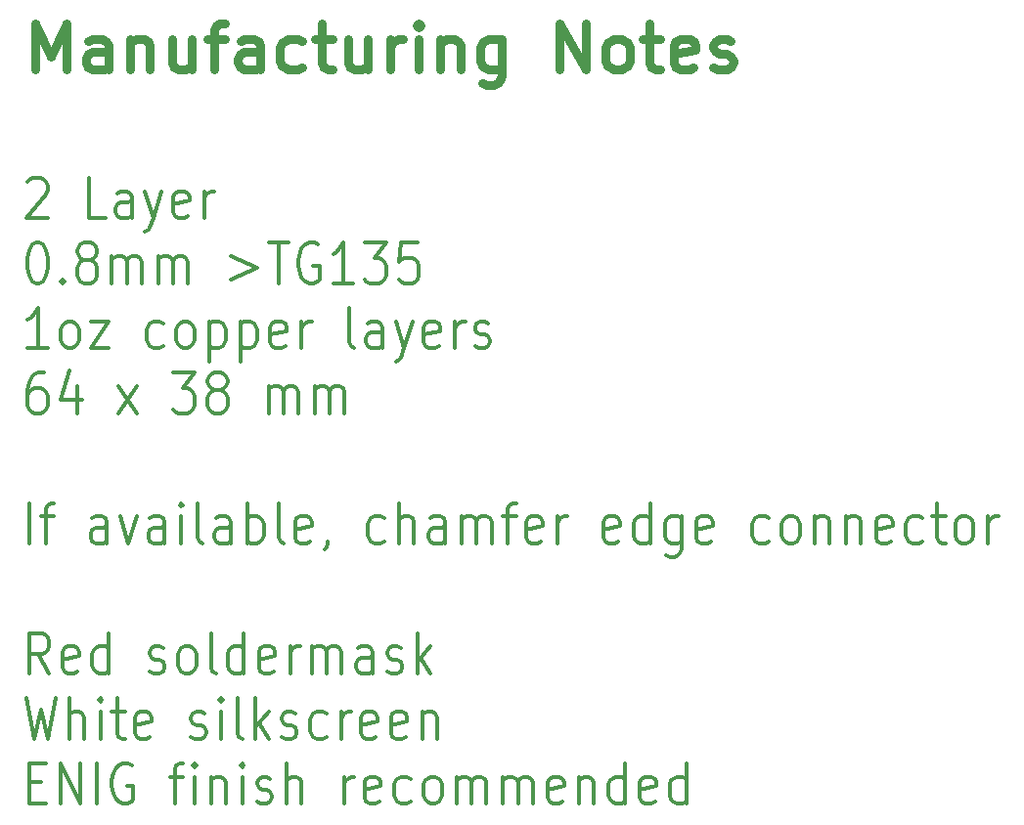
<source format=gbr>
%TF.GenerationSoftware,KiCad,Pcbnew,7.0.6*%
%TF.CreationDate,2023-08-17T07:35:18+09:30*%
%TF.ProjectId,spe-sink,7370652d-7369-46e6-9b2e-6b696361645f,V1.0*%
%TF.SameCoordinates,Original*%
%TF.FileFunction,Other,Comment*%
%FSLAX46Y46*%
G04 Gerber Fmt 4.6, Leading zero omitted, Abs format (unit mm)*
G04 Created by KiCad (PCBNEW 7.0.6) date 2023-08-17 07:35:18*
%MOMM*%
%LPD*%
G01*
G04 APERTURE LIST*
%ADD10C,0.300000*%
%ADD11C,0.750000*%
G04 APERTURE END LIST*
D10*
X191768796Y-50174401D02*
X191911653Y-50007734D01*
X191911653Y-50007734D02*
X192197368Y-49841067D01*
X192197368Y-49841067D02*
X192911653Y-49841067D01*
X192911653Y-49841067D02*
X193197368Y-50007734D01*
X193197368Y-50007734D02*
X193340225Y-50174401D01*
X193340225Y-50174401D02*
X193483082Y-50507734D01*
X193483082Y-50507734D02*
X193483082Y-50841067D01*
X193483082Y-50841067D02*
X193340225Y-51341067D01*
X193340225Y-51341067D02*
X191625939Y-53341067D01*
X191625939Y-53341067D02*
X193483082Y-53341067D01*
X198483082Y-53341067D02*
X197054510Y-53341067D01*
X197054510Y-53341067D02*
X197054510Y-49841067D01*
X200768796Y-53341067D02*
X200768796Y-51507734D01*
X200768796Y-51507734D02*
X200625938Y-51174401D01*
X200625938Y-51174401D02*
X200340224Y-51007734D01*
X200340224Y-51007734D02*
X199768796Y-51007734D01*
X199768796Y-51007734D02*
X199483081Y-51174401D01*
X200768796Y-53174401D02*
X200483081Y-53341067D01*
X200483081Y-53341067D02*
X199768796Y-53341067D01*
X199768796Y-53341067D02*
X199483081Y-53174401D01*
X199483081Y-53174401D02*
X199340224Y-52841067D01*
X199340224Y-52841067D02*
X199340224Y-52507734D01*
X199340224Y-52507734D02*
X199483081Y-52174401D01*
X199483081Y-52174401D02*
X199768796Y-52007734D01*
X199768796Y-52007734D02*
X200483081Y-52007734D01*
X200483081Y-52007734D02*
X200768796Y-51841067D01*
X201911653Y-51007734D02*
X202625939Y-53341067D01*
X203340224Y-51007734D02*
X202625939Y-53341067D01*
X202625939Y-53341067D02*
X202340224Y-54174401D01*
X202340224Y-54174401D02*
X202197367Y-54341067D01*
X202197367Y-54341067D02*
X201911653Y-54507734D01*
X205625938Y-53174401D02*
X205340224Y-53341067D01*
X205340224Y-53341067D02*
X204768796Y-53341067D01*
X204768796Y-53341067D02*
X204483081Y-53174401D01*
X204483081Y-53174401D02*
X204340224Y-52841067D01*
X204340224Y-52841067D02*
X204340224Y-51507734D01*
X204340224Y-51507734D02*
X204483081Y-51174401D01*
X204483081Y-51174401D02*
X204768796Y-51007734D01*
X204768796Y-51007734D02*
X205340224Y-51007734D01*
X205340224Y-51007734D02*
X205625938Y-51174401D01*
X205625938Y-51174401D02*
X205768796Y-51507734D01*
X205768796Y-51507734D02*
X205768796Y-51841067D01*
X205768796Y-51841067D02*
X204340224Y-52174401D01*
X207054510Y-53341067D02*
X207054510Y-51007734D01*
X207054510Y-51674401D02*
X207197367Y-51341067D01*
X207197367Y-51341067D02*
X207340225Y-51174401D01*
X207340225Y-51174401D02*
X207625939Y-51007734D01*
X207625939Y-51007734D02*
X207911653Y-51007734D01*
X192483082Y-55476067D02*
X192768796Y-55476067D01*
X192768796Y-55476067D02*
X193054510Y-55642734D01*
X193054510Y-55642734D02*
X193197368Y-55809401D01*
X193197368Y-55809401D02*
X193340225Y-56142734D01*
X193340225Y-56142734D02*
X193483082Y-56809401D01*
X193483082Y-56809401D02*
X193483082Y-57642734D01*
X193483082Y-57642734D02*
X193340225Y-58309401D01*
X193340225Y-58309401D02*
X193197368Y-58642734D01*
X193197368Y-58642734D02*
X193054510Y-58809401D01*
X193054510Y-58809401D02*
X192768796Y-58976067D01*
X192768796Y-58976067D02*
X192483082Y-58976067D01*
X192483082Y-58976067D02*
X192197368Y-58809401D01*
X192197368Y-58809401D02*
X192054510Y-58642734D01*
X192054510Y-58642734D02*
X191911653Y-58309401D01*
X191911653Y-58309401D02*
X191768796Y-57642734D01*
X191768796Y-57642734D02*
X191768796Y-56809401D01*
X191768796Y-56809401D02*
X191911653Y-56142734D01*
X191911653Y-56142734D02*
X192054510Y-55809401D01*
X192054510Y-55809401D02*
X192197368Y-55642734D01*
X192197368Y-55642734D02*
X192483082Y-55476067D01*
X194768796Y-58642734D02*
X194911653Y-58809401D01*
X194911653Y-58809401D02*
X194768796Y-58976067D01*
X194768796Y-58976067D02*
X194625939Y-58809401D01*
X194625939Y-58809401D02*
X194768796Y-58642734D01*
X194768796Y-58642734D02*
X194768796Y-58976067D01*
X196625939Y-56976067D02*
X196340224Y-56809401D01*
X196340224Y-56809401D02*
X196197367Y-56642734D01*
X196197367Y-56642734D02*
X196054510Y-56309401D01*
X196054510Y-56309401D02*
X196054510Y-56142734D01*
X196054510Y-56142734D02*
X196197367Y-55809401D01*
X196197367Y-55809401D02*
X196340224Y-55642734D01*
X196340224Y-55642734D02*
X196625939Y-55476067D01*
X196625939Y-55476067D02*
X197197367Y-55476067D01*
X197197367Y-55476067D02*
X197483082Y-55642734D01*
X197483082Y-55642734D02*
X197625939Y-55809401D01*
X197625939Y-55809401D02*
X197768796Y-56142734D01*
X197768796Y-56142734D02*
X197768796Y-56309401D01*
X197768796Y-56309401D02*
X197625939Y-56642734D01*
X197625939Y-56642734D02*
X197483082Y-56809401D01*
X197483082Y-56809401D02*
X197197367Y-56976067D01*
X197197367Y-56976067D02*
X196625939Y-56976067D01*
X196625939Y-56976067D02*
X196340224Y-57142734D01*
X196340224Y-57142734D02*
X196197367Y-57309401D01*
X196197367Y-57309401D02*
X196054510Y-57642734D01*
X196054510Y-57642734D02*
X196054510Y-58309401D01*
X196054510Y-58309401D02*
X196197367Y-58642734D01*
X196197367Y-58642734D02*
X196340224Y-58809401D01*
X196340224Y-58809401D02*
X196625939Y-58976067D01*
X196625939Y-58976067D02*
X197197367Y-58976067D01*
X197197367Y-58976067D02*
X197483082Y-58809401D01*
X197483082Y-58809401D02*
X197625939Y-58642734D01*
X197625939Y-58642734D02*
X197768796Y-58309401D01*
X197768796Y-58309401D02*
X197768796Y-57642734D01*
X197768796Y-57642734D02*
X197625939Y-57309401D01*
X197625939Y-57309401D02*
X197483082Y-57142734D01*
X197483082Y-57142734D02*
X197197367Y-56976067D01*
X199054510Y-58976067D02*
X199054510Y-56642734D01*
X199054510Y-56976067D02*
X199197367Y-56809401D01*
X199197367Y-56809401D02*
X199483082Y-56642734D01*
X199483082Y-56642734D02*
X199911653Y-56642734D01*
X199911653Y-56642734D02*
X200197367Y-56809401D01*
X200197367Y-56809401D02*
X200340225Y-57142734D01*
X200340225Y-57142734D02*
X200340225Y-58976067D01*
X200340225Y-57142734D02*
X200483082Y-56809401D01*
X200483082Y-56809401D02*
X200768796Y-56642734D01*
X200768796Y-56642734D02*
X201197367Y-56642734D01*
X201197367Y-56642734D02*
X201483082Y-56809401D01*
X201483082Y-56809401D02*
X201625939Y-57142734D01*
X201625939Y-57142734D02*
X201625939Y-58976067D01*
X203054510Y-58976067D02*
X203054510Y-56642734D01*
X203054510Y-56976067D02*
X203197367Y-56809401D01*
X203197367Y-56809401D02*
X203483082Y-56642734D01*
X203483082Y-56642734D02*
X203911653Y-56642734D01*
X203911653Y-56642734D02*
X204197367Y-56809401D01*
X204197367Y-56809401D02*
X204340225Y-57142734D01*
X204340225Y-57142734D02*
X204340225Y-58976067D01*
X204340225Y-57142734D02*
X204483082Y-56809401D01*
X204483082Y-56809401D02*
X204768796Y-56642734D01*
X204768796Y-56642734D02*
X205197367Y-56642734D01*
X205197367Y-56642734D02*
X205483082Y-56809401D01*
X205483082Y-56809401D02*
X205625939Y-57142734D01*
X205625939Y-57142734D02*
X205625939Y-58976067D01*
X209340224Y-56642734D02*
X211625939Y-57642734D01*
X211625939Y-57642734D02*
X209340224Y-58642734D01*
X212625939Y-55476067D02*
X214340225Y-55476067D01*
X213483082Y-58976067D02*
X213483082Y-55476067D01*
X216911653Y-55642734D02*
X216625939Y-55476067D01*
X216625939Y-55476067D02*
X216197367Y-55476067D01*
X216197367Y-55476067D02*
X215768796Y-55642734D01*
X215768796Y-55642734D02*
X215483081Y-55976067D01*
X215483081Y-55976067D02*
X215340224Y-56309401D01*
X215340224Y-56309401D02*
X215197367Y-56976067D01*
X215197367Y-56976067D02*
X215197367Y-57476067D01*
X215197367Y-57476067D02*
X215340224Y-58142734D01*
X215340224Y-58142734D02*
X215483081Y-58476067D01*
X215483081Y-58476067D02*
X215768796Y-58809401D01*
X215768796Y-58809401D02*
X216197367Y-58976067D01*
X216197367Y-58976067D02*
X216483081Y-58976067D01*
X216483081Y-58976067D02*
X216911653Y-58809401D01*
X216911653Y-58809401D02*
X217054510Y-58642734D01*
X217054510Y-58642734D02*
X217054510Y-57476067D01*
X217054510Y-57476067D02*
X216483081Y-57476067D01*
X219911653Y-58976067D02*
X218197367Y-58976067D01*
X219054510Y-58976067D02*
X219054510Y-55476067D01*
X219054510Y-55476067D02*
X218768796Y-55976067D01*
X218768796Y-55976067D02*
X218483081Y-56309401D01*
X218483081Y-56309401D02*
X218197367Y-56476067D01*
X220911653Y-55476067D02*
X222768796Y-55476067D01*
X222768796Y-55476067D02*
X221768796Y-56809401D01*
X221768796Y-56809401D02*
X222197367Y-56809401D01*
X222197367Y-56809401D02*
X222483082Y-56976067D01*
X222483082Y-56976067D02*
X222625939Y-57142734D01*
X222625939Y-57142734D02*
X222768796Y-57476067D01*
X222768796Y-57476067D02*
X222768796Y-58309401D01*
X222768796Y-58309401D02*
X222625939Y-58642734D01*
X222625939Y-58642734D02*
X222483082Y-58809401D01*
X222483082Y-58809401D02*
X222197367Y-58976067D01*
X222197367Y-58976067D02*
X221340224Y-58976067D01*
X221340224Y-58976067D02*
X221054510Y-58809401D01*
X221054510Y-58809401D02*
X220911653Y-58642734D01*
X225483082Y-55476067D02*
X224054510Y-55476067D01*
X224054510Y-55476067D02*
X223911653Y-57142734D01*
X223911653Y-57142734D02*
X224054510Y-56976067D01*
X224054510Y-56976067D02*
X224340225Y-56809401D01*
X224340225Y-56809401D02*
X225054510Y-56809401D01*
X225054510Y-56809401D02*
X225340225Y-56976067D01*
X225340225Y-56976067D02*
X225483082Y-57142734D01*
X225483082Y-57142734D02*
X225625939Y-57476067D01*
X225625939Y-57476067D02*
X225625939Y-58309401D01*
X225625939Y-58309401D02*
X225483082Y-58642734D01*
X225483082Y-58642734D02*
X225340225Y-58809401D01*
X225340225Y-58809401D02*
X225054510Y-58976067D01*
X225054510Y-58976067D02*
X224340225Y-58976067D01*
X224340225Y-58976067D02*
X224054510Y-58809401D01*
X224054510Y-58809401D02*
X223911653Y-58642734D01*
X193483082Y-64611067D02*
X191768796Y-64611067D01*
X192625939Y-64611067D02*
X192625939Y-61111067D01*
X192625939Y-61111067D02*
X192340225Y-61611067D01*
X192340225Y-61611067D02*
X192054510Y-61944401D01*
X192054510Y-61944401D02*
X191768796Y-62111067D01*
X195197368Y-64611067D02*
X194911653Y-64444401D01*
X194911653Y-64444401D02*
X194768796Y-64277734D01*
X194768796Y-64277734D02*
X194625939Y-63944401D01*
X194625939Y-63944401D02*
X194625939Y-62944401D01*
X194625939Y-62944401D02*
X194768796Y-62611067D01*
X194768796Y-62611067D02*
X194911653Y-62444401D01*
X194911653Y-62444401D02*
X195197368Y-62277734D01*
X195197368Y-62277734D02*
X195625939Y-62277734D01*
X195625939Y-62277734D02*
X195911653Y-62444401D01*
X195911653Y-62444401D02*
X196054511Y-62611067D01*
X196054511Y-62611067D02*
X196197368Y-62944401D01*
X196197368Y-62944401D02*
X196197368Y-63944401D01*
X196197368Y-63944401D02*
X196054511Y-64277734D01*
X196054511Y-64277734D02*
X195911653Y-64444401D01*
X195911653Y-64444401D02*
X195625939Y-64611067D01*
X195625939Y-64611067D02*
X195197368Y-64611067D01*
X197197368Y-62277734D02*
X198768797Y-62277734D01*
X198768797Y-62277734D02*
X197197368Y-64611067D01*
X197197368Y-64611067D02*
X198768797Y-64611067D01*
X203483082Y-64444401D02*
X203197367Y-64611067D01*
X203197367Y-64611067D02*
X202625939Y-64611067D01*
X202625939Y-64611067D02*
X202340224Y-64444401D01*
X202340224Y-64444401D02*
X202197367Y-64277734D01*
X202197367Y-64277734D02*
X202054510Y-63944401D01*
X202054510Y-63944401D02*
X202054510Y-62944401D01*
X202054510Y-62944401D02*
X202197367Y-62611067D01*
X202197367Y-62611067D02*
X202340224Y-62444401D01*
X202340224Y-62444401D02*
X202625939Y-62277734D01*
X202625939Y-62277734D02*
X203197367Y-62277734D01*
X203197367Y-62277734D02*
X203483082Y-62444401D01*
X205197368Y-64611067D02*
X204911653Y-64444401D01*
X204911653Y-64444401D02*
X204768796Y-64277734D01*
X204768796Y-64277734D02*
X204625939Y-63944401D01*
X204625939Y-63944401D02*
X204625939Y-62944401D01*
X204625939Y-62944401D02*
X204768796Y-62611067D01*
X204768796Y-62611067D02*
X204911653Y-62444401D01*
X204911653Y-62444401D02*
X205197368Y-62277734D01*
X205197368Y-62277734D02*
X205625939Y-62277734D01*
X205625939Y-62277734D02*
X205911653Y-62444401D01*
X205911653Y-62444401D02*
X206054511Y-62611067D01*
X206054511Y-62611067D02*
X206197368Y-62944401D01*
X206197368Y-62944401D02*
X206197368Y-63944401D01*
X206197368Y-63944401D02*
X206054511Y-64277734D01*
X206054511Y-64277734D02*
X205911653Y-64444401D01*
X205911653Y-64444401D02*
X205625939Y-64611067D01*
X205625939Y-64611067D02*
X205197368Y-64611067D01*
X207483082Y-62277734D02*
X207483082Y-65777734D01*
X207483082Y-62444401D02*
X207768797Y-62277734D01*
X207768797Y-62277734D02*
X208340225Y-62277734D01*
X208340225Y-62277734D02*
X208625939Y-62444401D01*
X208625939Y-62444401D02*
X208768797Y-62611067D01*
X208768797Y-62611067D02*
X208911654Y-62944401D01*
X208911654Y-62944401D02*
X208911654Y-63944401D01*
X208911654Y-63944401D02*
X208768797Y-64277734D01*
X208768797Y-64277734D02*
X208625939Y-64444401D01*
X208625939Y-64444401D02*
X208340225Y-64611067D01*
X208340225Y-64611067D02*
X207768797Y-64611067D01*
X207768797Y-64611067D02*
X207483082Y-64444401D01*
X210197368Y-62277734D02*
X210197368Y-65777734D01*
X210197368Y-62444401D02*
X210483083Y-62277734D01*
X210483083Y-62277734D02*
X211054511Y-62277734D01*
X211054511Y-62277734D02*
X211340225Y-62444401D01*
X211340225Y-62444401D02*
X211483083Y-62611067D01*
X211483083Y-62611067D02*
X211625940Y-62944401D01*
X211625940Y-62944401D02*
X211625940Y-63944401D01*
X211625940Y-63944401D02*
X211483083Y-64277734D01*
X211483083Y-64277734D02*
X211340225Y-64444401D01*
X211340225Y-64444401D02*
X211054511Y-64611067D01*
X211054511Y-64611067D02*
X210483083Y-64611067D01*
X210483083Y-64611067D02*
X210197368Y-64444401D01*
X214054511Y-64444401D02*
X213768797Y-64611067D01*
X213768797Y-64611067D02*
X213197369Y-64611067D01*
X213197369Y-64611067D02*
X212911654Y-64444401D01*
X212911654Y-64444401D02*
X212768797Y-64111067D01*
X212768797Y-64111067D02*
X212768797Y-62777734D01*
X212768797Y-62777734D02*
X212911654Y-62444401D01*
X212911654Y-62444401D02*
X213197369Y-62277734D01*
X213197369Y-62277734D02*
X213768797Y-62277734D01*
X213768797Y-62277734D02*
X214054511Y-62444401D01*
X214054511Y-62444401D02*
X214197369Y-62777734D01*
X214197369Y-62777734D02*
X214197369Y-63111067D01*
X214197369Y-63111067D02*
X212768797Y-63444401D01*
X215483083Y-64611067D02*
X215483083Y-62277734D01*
X215483083Y-62944401D02*
X215625940Y-62611067D01*
X215625940Y-62611067D02*
X215768798Y-62444401D01*
X215768798Y-62444401D02*
X216054512Y-62277734D01*
X216054512Y-62277734D02*
X216340226Y-62277734D01*
X220054512Y-64611067D02*
X219768797Y-64444401D01*
X219768797Y-64444401D02*
X219625940Y-64111067D01*
X219625940Y-64111067D02*
X219625940Y-61111067D01*
X222483084Y-64611067D02*
X222483084Y-62777734D01*
X222483084Y-62777734D02*
X222340226Y-62444401D01*
X222340226Y-62444401D02*
X222054512Y-62277734D01*
X222054512Y-62277734D02*
X221483084Y-62277734D01*
X221483084Y-62277734D02*
X221197369Y-62444401D01*
X222483084Y-64444401D02*
X222197369Y-64611067D01*
X222197369Y-64611067D02*
X221483084Y-64611067D01*
X221483084Y-64611067D02*
X221197369Y-64444401D01*
X221197369Y-64444401D02*
X221054512Y-64111067D01*
X221054512Y-64111067D02*
X221054512Y-63777734D01*
X221054512Y-63777734D02*
X221197369Y-63444401D01*
X221197369Y-63444401D02*
X221483084Y-63277734D01*
X221483084Y-63277734D02*
X222197369Y-63277734D01*
X222197369Y-63277734D02*
X222483084Y-63111067D01*
X223625941Y-62277734D02*
X224340227Y-64611067D01*
X225054512Y-62277734D02*
X224340227Y-64611067D01*
X224340227Y-64611067D02*
X224054512Y-65444401D01*
X224054512Y-65444401D02*
X223911655Y-65611067D01*
X223911655Y-65611067D02*
X223625941Y-65777734D01*
X227340226Y-64444401D02*
X227054512Y-64611067D01*
X227054512Y-64611067D02*
X226483084Y-64611067D01*
X226483084Y-64611067D02*
X226197369Y-64444401D01*
X226197369Y-64444401D02*
X226054512Y-64111067D01*
X226054512Y-64111067D02*
X226054512Y-62777734D01*
X226054512Y-62777734D02*
X226197369Y-62444401D01*
X226197369Y-62444401D02*
X226483084Y-62277734D01*
X226483084Y-62277734D02*
X227054512Y-62277734D01*
X227054512Y-62277734D02*
X227340226Y-62444401D01*
X227340226Y-62444401D02*
X227483084Y-62777734D01*
X227483084Y-62777734D02*
X227483084Y-63111067D01*
X227483084Y-63111067D02*
X226054512Y-63444401D01*
X228768798Y-64611067D02*
X228768798Y-62277734D01*
X228768798Y-62944401D02*
X228911655Y-62611067D01*
X228911655Y-62611067D02*
X229054513Y-62444401D01*
X229054513Y-62444401D02*
X229340227Y-62277734D01*
X229340227Y-62277734D02*
X229625941Y-62277734D01*
X230483084Y-64444401D02*
X230768798Y-64611067D01*
X230768798Y-64611067D02*
X231340227Y-64611067D01*
X231340227Y-64611067D02*
X231625941Y-64444401D01*
X231625941Y-64444401D02*
X231768798Y-64111067D01*
X231768798Y-64111067D02*
X231768798Y-63944401D01*
X231768798Y-63944401D02*
X231625941Y-63611067D01*
X231625941Y-63611067D02*
X231340227Y-63444401D01*
X231340227Y-63444401D02*
X230911656Y-63444401D01*
X230911656Y-63444401D02*
X230625941Y-63277734D01*
X230625941Y-63277734D02*
X230483084Y-62944401D01*
X230483084Y-62944401D02*
X230483084Y-62777734D01*
X230483084Y-62777734D02*
X230625941Y-62444401D01*
X230625941Y-62444401D02*
X230911656Y-62277734D01*
X230911656Y-62277734D02*
X231340227Y-62277734D01*
X231340227Y-62277734D02*
X231625941Y-62444401D01*
X193197368Y-66746067D02*
X192625939Y-66746067D01*
X192625939Y-66746067D02*
X192340225Y-66912734D01*
X192340225Y-66912734D02*
X192197368Y-67079401D01*
X192197368Y-67079401D02*
X191911653Y-67579401D01*
X191911653Y-67579401D02*
X191768796Y-68246067D01*
X191768796Y-68246067D02*
X191768796Y-69579401D01*
X191768796Y-69579401D02*
X191911653Y-69912734D01*
X191911653Y-69912734D02*
X192054510Y-70079401D01*
X192054510Y-70079401D02*
X192340225Y-70246067D01*
X192340225Y-70246067D02*
X192911653Y-70246067D01*
X192911653Y-70246067D02*
X193197368Y-70079401D01*
X193197368Y-70079401D02*
X193340225Y-69912734D01*
X193340225Y-69912734D02*
X193483082Y-69579401D01*
X193483082Y-69579401D02*
X193483082Y-68746067D01*
X193483082Y-68746067D02*
X193340225Y-68412734D01*
X193340225Y-68412734D02*
X193197368Y-68246067D01*
X193197368Y-68246067D02*
X192911653Y-68079401D01*
X192911653Y-68079401D02*
X192340225Y-68079401D01*
X192340225Y-68079401D02*
X192054510Y-68246067D01*
X192054510Y-68246067D02*
X191911653Y-68412734D01*
X191911653Y-68412734D02*
X191768796Y-68746067D01*
X196054511Y-67912734D02*
X196054511Y-70246067D01*
X195340225Y-66579401D02*
X194625939Y-69079401D01*
X194625939Y-69079401D02*
X196483082Y-69079401D01*
X199625939Y-70246067D02*
X201197368Y-67912734D01*
X199625939Y-67912734D02*
X201197368Y-70246067D01*
X204340224Y-66746067D02*
X206197367Y-66746067D01*
X206197367Y-66746067D02*
X205197367Y-68079401D01*
X205197367Y-68079401D02*
X205625938Y-68079401D01*
X205625938Y-68079401D02*
X205911653Y-68246067D01*
X205911653Y-68246067D02*
X206054510Y-68412734D01*
X206054510Y-68412734D02*
X206197367Y-68746067D01*
X206197367Y-68746067D02*
X206197367Y-69579401D01*
X206197367Y-69579401D02*
X206054510Y-69912734D01*
X206054510Y-69912734D02*
X205911653Y-70079401D01*
X205911653Y-70079401D02*
X205625938Y-70246067D01*
X205625938Y-70246067D02*
X204768795Y-70246067D01*
X204768795Y-70246067D02*
X204483081Y-70079401D01*
X204483081Y-70079401D02*
X204340224Y-69912734D01*
X207911653Y-68246067D02*
X207625938Y-68079401D01*
X207625938Y-68079401D02*
X207483081Y-67912734D01*
X207483081Y-67912734D02*
X207340224Y-67579401D01*
X207340224Y-67579401D02*
X207340224Y-67412734D01*
X207340224Y-67412734D02*
X207483081Y-67079401D01*
X207483081Y-67079401D02*
X207625938Y-66912734D01*
X207625938Y-66912734D02*
X207911653Y-66746067D01*
X207911653Y-66746067D02*
X208483081Y-66746067D01*
X208483081Y-66746067D02*
X208768796Y-66912734D01*
X208768796Y-66912734D02*
X208911653Y-67079401D01*
X208911653Y-67079401D02*
X209054510Y-67412734D01*
X209054510Y-67412734D02*
X209054510Y-67579401D01*
X209054510Y-67579401D02*
X208911653Y-67912734D01*
X208911653Y-67912734D02*
X208768796Y-68079401D01*
X208768796Y-68079401D02*
X208483081Y-68246067D01*
X208483081Y-68246067D02*
X207911653Y-68246067D01*
X207911653Y-68246067D02*
X207625938Y-68412734D01*
X207625938Y-68412734D02*
X207483081Y-68579401D01*
X207483081Y-68579401D02*
X207340224Y-68912734D01*
X207340224Y-68912734D02*
X207340224Y-69579401D01*
X207340224Y-69579401D02*
X207483081Y-69912734D01*
X207483081Y-69912734D02*
X207625938Y-70079401D01*
X207625938Y-70079401D02*
X207911653Y-70246067D01*
X207911653Y-70246067D02*
X208483081Y-70246067D01*
X208483081Y-70246067D02*
X208768796Y-70079401D01*
X208768796Y-70079401D02*
X208911653Y-69912734D01*
X208911653Y-69912734D02*
X209054510Y-69579401D01*
X209054510Y-69579401D02*
X209054510Y-68912734D01*
X209054510Y-68912734D02*
X208911653Y-68579401D01*
X208911653Y-68579401D02*
X208768796Y-68412734D01*
X208768796Y-68412734D02*
X208483081Y-68246067D01*
X212625938Y-70246067D02*
X212625938Y-67912734D01*
X212625938Y-68246067D02*
X212768795Y-68079401D01*
X212768795Y-68079401D02*
X213054510Y-67912734D01*
X213054510Y-67912734D02*
X213483081Y-67912734D01*
X213483081Y-67912734D02*
X213768795Y-68079401D01*
X213768795Y-68079401D02*
X213911653Y-68412734D01*
X213911653Y-68412734D02*
X213911653Y-70246067D01*
X213911653Y-68412734D02*
X214054510Y-68079401D01*
X214054510Y-68079401D02*
X214340224Y-67912734D01*
X214340224Y-67912734D02*
X214768795Y-67912734D01*
X214768795Y-67912734D02*
X215054510Y-68079401D01*
X215054510Y-68079401D02*
X215197367Y-68412734D01*
X215197367Y-68412734D02*
X215197367Y-70246067D01*
X216625938Y-70246067D02*
X216625938Y-67912734D01*
X216625938Y-68246067D02*
X216768795Y-68079401D01*
X216768795Y-68079401D02*
X217054510Y-67912734D01*
X217054510Y-67912734D02*
X217483081Y-67912734D01*
X217483081Y-67912734D02*
X217768795Y-68079401D01*
X217768795Y-68079401D02*
X217911653Y-68412734D01*
X217911653Y-68412734D02*
X217911653Y-70246067D01*
X217911653Y-68412734D02*
X218054510Y-68079401D01*
X218054510Y-68079401D02*
X218340224Y-67912734D01*
X218340224Y-67912734D02*
X218768795Y-67912734D01*
X218768795Y-67912734D02*
X219054510Y-68079401D01*
X219054510Y-68079401D02*
X219197367Y-68412734D01*
X219197367Y-68412734D02*
X219197367Y-70246067D01*
X191911653Y-81516067D02*
X191911653Y-78016067D01*
X192911653Y-79182734D02*
X194054510Y-79182734D01*
X193340224Y-81516067D02*
X193340224Y-78516067D01*
X193340224Y-78516067D02*
X193483081Y-78182734D01*
X193483081Y-78182734D02*
X193768796Y-78016067D01*
X193768796Y-78016067D02*
X194054510Y-78016067D01*
X198625939Y-81516067D02*
X198625939Y-79682734D01*
X198625939Y-79682734D02*
X198483081Y-79349401D01*
X198483081Y-79349401D02*
X198197367Y-79182734D01*
X198197367Y-79182734D02*
X197625939Y-79182734D01*
X197625939Y-79182734D02*
X197340224Y-79349401D01*
X198625939Y-81349401D02*
X198340224Y-81516067D01*
X198340224Y-81516067D02*
X197625939Y-81516067D01*
X197625939Y-81516067D02*
X197340224Y-81349401D01*
X197340224Y-81349401D02*
X197197367Y-81016067D01*
X197197367Y-81016067D02*
X197197367Y-80682734D01*
X197197367Y-80682734D02*
X197340224Y-80349401D01*
X197340224Y-80349401D02*
X197625939Y-80182734D01*
X197625939Y-80182734D02*
X198340224Y-80182734D01*
X198340224Y-80182734D02*
X198625939Y-80016067D01*
X199768796Y-79182734D02*
X200483082Y-81516067D01*
X200483082Y-81516067D02*
X201197367Y-79182734D01*
X203625939Y-81516067D02*
X203625939Y-79682734D01*
X203625939Y-79682734D02*
X203483081Y-79349401D01*
X203483081Y-79349401D02*
X203197367Y-79182734D01*
X203197367Y-79182734D02*
X202625939Y-79182734D01*
X202625939Y-79182734D02*
X202340224Y-79349401D01*
X203625939Y-81349401D02*
X203340224Y-81516067D01*
X203340224Y-81516067D02*
X202625939Y-81516067D01*
X202625939Y-81516067D02*
X202340224Y-81349401D01*
X202340224Y-81349401D02*
X202197367Y-81016067D01*
X202197367Y-81016067D02*
X202197367Y-80682734D01*
X202197367Y-80682734D02*
X202340224Y-80349401D01*
X202340224Y-80349401D02*
X202625939Y-80182734D01*
X202625939Y-80182734D02*
X203340224Y-80182734D01*
X203340224Y-80182734D02*
X203625939Y-80016067D01*
X205054510Y-81516067D02*
X205054510Y-79182734D01*
X205054510Y-78016067D02*
X204911653Y-78182734D01*
X204911653Y-78182734D02*
X205054510Y-78349401D01*
X205054510Y-78349401D02*
X205197367Y-78182734D01*
X205197367Y-78182734D02*
X205054510Y-78016067D01*
X205054510Y-78016067D02*
X205054510Y-78349401D01*
X206911653Y-81516067D02*
X206625938Y-81349401D01*
X206625938Y-81349401D02*
X206483081Y-81016067D01*
X206483081Y-81016067D02*
X206483081Y-78016067D01*
X209340225Y-81516067D02*
X209340225Y-79682734D01*
X209340225Y-79682734D02*
X209197367Y-79349401D01*
X209197367Y-79349401D02*
X208911653Y-79182734D01*
X208911653Y-79182734D02*
X208340225Y-79182734D01*
X208340225Y-79182734D02*
X208054510Y-79349401D01*
X209340225Y-81349401D02*
X209054510Y-81516067D01*
X209054510Y-81516067D02*
X208340225Y-81516067D01*
X208340225Y-81516067D02*
X208054510Y-81349401D01*
X208054510Y-81349401D02*
X207911653Y-81016067D01*
X207911653Y-81016067D02*
X207911653Y-80682734D01*
X207911653Y-80682734D02*
X208054510Y-80349401D01*
X208054510Y-80349401D02*
X208340225Y-80182734D01*
X208340225Y-80182734D02*
X209054510Y-80182734D01*
X209054510Y-80182734D02*
X209340225Y-80016067D01*
X210768796Y-81516067D02*
X210768796Y-78016067D01*
X210768796Y-79349401D02*
X211054511Y-79182734D01*
X211054511Y-79182734D02*
X211625939Y-79182734D01*
X211625939Y-79182734D02*
X211911653Y-79349401D01*
X211911653Y-79349401D02*
X212054511Y-79516067D01*
X212054511Y-79516067D02*
X212197368Y-79849401D01*
X212197368Y-79849401D02*
X212197368Y-80849401D01*
X212197368Y-80849401D02*
X212054511Y-81182734D01*
X212054511Y-81182734D02*
X211911653Y-81349401D01*
X211911653Y-81349401D02*
X211625939Y-81516067D01*
X211625939Y-81516067D02*
X211054511Y-81516067D01*
X211054511Y-81516067D02*
X210768796Y-81349401D01*
X213911654Y-81516067D02*
X213625939Y-81349401D01*
X213625939Y-81349401D02*
X213483082Y-81016067D01*
X213483082Y-81016067D02*
X213483082Y-78016067D01*
X216197368Y-81349401D02*
X215911654Y-81516067D01*
X215911654Y-81516067D02*
X215340226Y-81516067D01*
X215340226Y-81516067D02*
X215054511Y-81349401D01*
X215054511Y-81349401D02*
X214911654Y-81016067D01*
X214911654Y-81016067D02*
X214911654Y-79682734D01*
X214911654Y-79682734D02*
X215054511Y-79349401D01*
X215054511Y-79349401D02*
X215340226Y-79182734D01*
X215340226Y-79182734D02*
X215911654Y-79182734D01*
X215911654Y-79182734D02*
X216197368Y-79349401D01*
X216197368Y-79349401D02*
X216340226Y-79682734D01*
X216340226Y-79682734D02*
X216340226Y-80016067D01*
X216340226Y-80016067D02*
X214911654Y-80349401D01*
X217768797Y-81349401D02*
X217768797Y-81516067D01*
X217768797Y-81516067D02*
X217625940Y-81849401D01*
X217625940Y-81849401D02*
X217483083Y-82016067D01*
X222625940Y-81349401D02*
X222340225Y-81516067D01*
X222340225Y-81516067D02*
X221768797Y-81516067D01*
X221768797Y-81516067D02*
X221483082Y-81349401D01*
X221483082Y-81349401D02*
X221340225Y-81182734D01*
X221340225Y-81182734D02*
X221197368Y-80849401D01*
X221197368Y-80849401D02*
X221197368Y-79849401D01*
X221197368Y-79849401D02*
X221340225Y-79516067D01*
X221340225Y-79516067D02*
X221483082Y-79349401D01*
X221483082Y-79349401D02*
X221768797Y-79182734D01*
X221768797Y-79182734D02*
X222340225Y-79182734D01*
X222340225Y-79182734D02*
X222625940Y-79349401D01*
X223911654Y-81516067D02*
X223911654Y-78016067D01*
X225197369Y-81516067D02*
X225197369Y-79682734D01*
X225197369Y-79682734D02*
X225054511Y-79349401D01*
X225054511Y-79349401D02*
X224768797Y-79182734D01*
X224768797Y-79182734D02*
X224340226Y-79182734D01*
X224340226Y-79182734D02*
X224054511Y-79349401D01*
X224054511Y-79349401D02*
X223911654Y-79516067D01*
X227911655Y-81516067D02*
X227911655Y-79682734D01*
X227911655Y-79682734D02*
X227768797Y-79349401D01*
X227768797Y-79349401D02*
X227483083Y-79182734D01*
X227483083Y-79182734D02*
X226911655Y-79182734D01*
X226911655Y-79182734D02*
X226625940Y-79349401D01*
X227911655Y-81349401D02*
X227625940Y-81516067D01*
X227625940Y-81516067D02*
X226911655Y-81516067D01*
X226911655Y-81516067D02*
X226625940Y-81349401D01*
X226625940Y-81349401D02*
X226483083Y-81016067D01*
X226483083Y-81016067D02*
X226483083Y-80682734D01*
X226483083Y-80682734D02*
X226625940Y-80349401D01*
X226625940Y-80349401D02*
X226911655Y-80182734D01*
X226911655Y-80182734D02*
X227625940Y-80182734D01*
X227625940Y-80182734D02*
X227911655Y-80016067D01*
X229340226Y-81516067D02*
X229340226Y-79182734D01*
X229340226Y-79516067D02*
X229483083Y-79349401D01*
X229483083Y-79349401D02*
X229768798Y-79182734D01*
X229768798Y-79182734D02*
X230197369Y-79182734D01*
X230197369Y-79182734D02*
X230483083Y-79349401D01*
X230483083Y-79349401D02*
X230625941Y-79682734D01*
X230625941Y-79682734D02*
X230625941Y-81516067D01*
X230625941Y-79682734D02*
X230768798Y-79349401D01*
X230768798Y-79349401D02*
X231054512Y-79182734D01*
X231054512Y-79182734D02*
X231483083Y-79182734D01*
X231483083Y-79182734D02*
X231768798Y-79349401D01*
X231768798Y-79349401D02*
X231911655Y-79682734D01*
X231911655Y-79682734D02*
X231911655Y-81516067D01*
X232911655Y-79182734D02*
X234054512Y-79182734D01*
X233340226Y-81516067D02*
X233340226Y-78516067D01*
X233340226Y-78516067D02*
X233483083Y-78182734D01*
X233483083Y-78182734D02*
X233768798Y-78016067D01*
X233768798Y-78016067D02*
X234054512Y-78016067D01*
X236197369Y-81349401D02*
X235911655Y-81516067D01*
X235911655Y-81516067D02*
X235340227Y-81516067D01*
X235340227Y-81516067D02*
X235054512Y-81349401D01*
X235054512Y-81349401D02*
X234911655Y-81016067D01*
X234911655Y-81016067D02*
X234911655Y-79682734D01*
X234911655Y-79682734D02*
X235054512Y-79349401D01*
X235054512Y-79349401D02*
X235340227Y-79182734D01*
X235340227Y-79182734D02*
X235911655Y-79182734D01*
X235911655Y-79182734D02*
X236197369Y-79349401D01*
X236197369Y-79349401D02*
X236340227Y-79682734D01*
X236340227Y-79682734D02*
X236340227Y-80016067D01*
X236340227Y-80016067D02*
X234911655Y-80349401D01*
X237625941Y-81516067D02*
X237625941Y-79182734D01*
X237625941Y-79849401D02*
X237768798Y-79516067D01*
X237768798Y-79516067D02*
X237911656Y-79349401D01*
X237911656Y-79349401D02*
X238197370Y-79182734D01*
X238197370Y-79182734D02*
X238483084Y-79182734D01*
X242911655Y-81349401D02*
X242625941Y-81516067D01*
X242625941Y-81516067D02*
X242054513Y-81516067D01*
X242054513Y-81516067D02*
X241768798Y-81349401D01*
X241768798Y-81349401D02*
X241625941Y-81016067D01*
X241625941Y-81016067D02*
X241625941Y-79682734D01*
X241625941Y-79682734D02*
X241768798Y-79349401D01*
X241768798Y-79349401D02*
X242054513Y-79182734D01*
X242054513Y-79182734D02*
X242625941Y-79182734D01*
X242625941Y-79182734D02*
X242911655Y-79349401D01*
X242911655Y-79349401D02*
X243054513Y-79682734D01*
X243054513Y-79682734D02*
X243054513Y-80016067D01*
X243054513Y-80016067D02*
X241625941Y-80349401D01*
X245625942Y-81516067D02*
X245625942Y-78016067D01*
X245625942Y-81349401D02*
X245340227Y-81516067D01*
X245340227Y-81516067D02*
X244768799Y-81516067D01*
X244768799Y-81516067D02*
X244483084Y-81349401D01*
X244483084Y-81349401D02*
X244340227Y-81182734D01*
X244340227Y-81182734D02*
X244197370Y-80849401D01*
X244197370Y-80849401D02*
X244197370Y-79849401D01*
X244197370Y-79849401D02*
X244340227Y-79516067D01*
X244340227Y-79516067D02*
X244483084Y-79349401D01*
X244483084Y-79349401D02*
X244768799Y-79182734D01*
X244768799Y-79182734D02*
X245340227Y-79182734D01*
X245340227Y-79182734D02*
X245625942Y-79349401D01*
X248340228Y-79182734D02*
X248340228Y-82016067D01*
X248340228Y-82016067D02*
X248197370Y-82349401D01*
X248197370Y-82349401D02*
X248054513Y-82516067D01*
X248054513Y-82516067D02*
X247768799Y-82682734D01*
X247768799Y-82682734D02*
X247340228Y-82682734D01*
X247340228Y-82682734D02*
X247054513Y-82516067D01*
X248340228Y-81349401D02*
X248054513Y-81516067D01*
X248054513Y-81516067D02*
X247483085Y-81516067D01*
X247483085Y-81516067D02*
X247197370Y-81349401D01*
X247197370Y-81349401D02*
X247054513Y-81182734D01*
X247054513Y-81182734D02*
X246911656Y-80849401D01*
X246911656Y-80849401D02*
X246911656Y-79849401D01*
X246911656Y-79849401D02*
X247054513Y-79516067D01*
X247054513Y-79516067D02*
X247197370Y-79349401D01*
X247197370Y-79349401D02*
X247483085Y-79182734D01*
X247483085Y-79182734D02*
X248054513Y-79182734D01*
X248054513Y-79182734D02*
X248340228Y-79349401D01*
X250911656Y-81349401D02*
X250625942Y-81516067D01*
X250625942Y-81516067D02*
X250054514Y-81516067D01*
X250054514Y-81516067D02*
X249768799Y-81349401D01*
X249768799Y-81349401D02*
X249625942Y-81016067D01*
X249625942Y-81016067D02*
X249625942Y-79682734D01*
X249625942Y-79682734D02*
X249768799Y-79349401D01*
X249768799Y-79349401D02*
X250054514Y-79182734D01*
X250054514Y-79182734D02*
X250625942Y-79182734D01*
X250625942Y-79182734D02*
X250911656Y-79349401D01*
X250911656Y-79349401D02*
X251054514Y-79682734D01*
X251054514Y-79682734D02*
X251054514Y-80016067D01*
X251054514Y-80016067D02*
X249625942Y-80349401D01*
X255911657Y-81349401D02*
X255625942Y-81516067D01*
X255625942Y-81516067D02*
X255054514Y-81516067D01*
X255054514Y-81516067D02*
X254768799Y-81349401D01*
X254768799Y-81349401D02*
X254625942Y-81182734D01*
X254625942Y-81182734D02*
X254483085Y-80849401D01*
X254483085Y-80849401D02*
X254483085Y-79849401D01*
X254483085Y-79849401D02*
X254625942Y-79516067D01*
X254625942Y-79516067D02*
X254768799Y-79349401D01*
X254768799Y-79349401D02*
X255054514Y-79182734D01*
X255054514Y-79182734D02*
X255625942Y-79182734D01*
X255625942Y-79182734D02*
X255911657Y-79349401D01*
X257625943Y-81516067D02*
X257340228Y-81349401D01*
X257340228Y-81349401D02*
X257197371Y-81182734D01*
X257197371Y-81182734D02*
X257054514Y-80849401D01*
X257054514Y-80849401D02*
X257054514Y-79849401D01*
X257054514Y-79849401D02*
X257197371Y-79516067D01*
X257197371Y-79516067D02*
X257340228Y-79349401D01*
X257340228Y-79349401D02*
X257625943Y-79182734D01*
X257625943Y-79182734D02*
X258054514Y-79182734D01*
X258054514Y-79182734D02*
X258340228Y-79349401D01*
X258340228Y-79349401D02*
X258483086Y-79516067D01*
X258483086Y-79516067D02*
X258625943Y-79849401D01*
X258625943Y-79849401D02*
X258625943Y-80849401D01*
X258625943Y-80849401D02*
X258483086Y-81182734D01*
X258483086Y-81182734D02*
X258340228Y-81349401D01*
X258340228Y-81349401D02*
X258054514Y-81516067D01*
X258054514Y-81516067D02*
X257625943Y-81516067D01*
X259911657Y-79182734D02*
X259911657Y-81516067D01*
X259911657Y-79516067D02*
X260054514Y-79349401D01*
X260054514Y-79349401D02*
X260340229Y-79182734D01*
X260340229Y-79182734D02*
X260768800Y-79182734D01*
X260768800Y-79182734D02*
X261054514Y-79349401D01*
X261054514Y-79349401D02*
X261197372Y-79682734D01*
X261197372Y-79682734D02*
X261197372Y-81516067D01*
X262625943Y-79182734D02*
X262625943Y-81516067D01*
X262625943Y-79516067D02*
X262768800Y-79349401D01*
X262768800Y-79349401D02*
X263054515Y-79182734D01*
X263054515Y-79182734D02*
X263483086Y-79182734D01*
X263483086Y-79182734D02*
X263768800Y-79349401D01*
X263768800Y-79349401D02*
X263911658Y-79682734D01*
X263911658Y-79682734D02*
X263911658Y-81516067D01*
X266483086Y-81349401D02*
X266197372Y-81516067D01*
X266197372Y-81516067D02*
X265625944Y-81516067D01*
X265625944Y-81516067D02*
X265340229Y-81349401D01*
X265340229Y-81349401D02*
X265197372Y-81016067D01*
X265197372Y-81016067D02*
X265197372Y-79682734D01*
X265197372Y-79682734D02*
X265340229Y-79349401D01*
X265340229Y-79349401D02*
X265625944Y-79182734D01*
X265625944Y-79182734D02*
X266197372Y-79182734D01*
X266197372Y-79182734D02*
X266483086Y-79349401D01*
X266483086Y-79349401D02*
X266625944Y-79682734D01*
X266625944Y-79682734D02*
X266625944Y-80016067D01*
X266625944Y-80016067D02*
X265197372Y-80349401D01*
X269197373Y-81349401D02*
X268911658Y-81516067D01*
X268911658Y-81516067D02*
X268340230Y-81516067D01*
X268340230Y-81516067D02*
X268054515Y-81349401D01*
X268054515Y-81349401D02*
X267911658Y-81182734D01*
X267911658Y-81182734D02*
X267768801Y-80849401D01*
X267768801Y-80849401D02*
X267768801Y-79849401D01*
X267768801Y-79849401D02*
X267911658Y-79516067D01*
X267911658Y-79516067D02*
X268054515Y-79349401D01*
X268054515Y-79349401D02*
X268340230Y-79182734D01*
X268340230Y-79182734D02*
X268911658Y-79182734D01*
X268911658Y-79182734D02*
X269197373Y-79349401D01*
X270054516Y-79182734D02*
X271197373Y-79182734D01*
X270483087Y-78016067D02*
X270483087Y-81016067D01*
X270483087Y-81016067D02*
X270625944Y-81349401D01*
X270625944Y-81349401D02*
X270911659Y-81516067D01*
X270911659Y-81516067D02*
X271197373Y-81516067D01*
X272625945Y-81516067D02*
X272340230Y-81349401D01*
X272340230Y-81349401D02*
X272197373Y-81182734D01*
X272197373Y-81182734D02*
X272054516Y-80849401D01*
X272054516Y-80849401D02*
X272054516Y-79849401D01*
X272054516Y-79849401D02*
X272197373Y-79516067D01*
X272197373Y-79516067D02*
X272340230Y-79349401D01*
X272340230Y-79349401D02*
X272625945Y-79182734D01*
X272625945Y-79182734D02*
X273054516Y-79182734D01*
X273054516Y-79182734D02*
X273340230Y-79349401D01*
X273340230Y-79349401D02*
X273483088Y-79516067D01*
X273483088Y-79516067D02*
X273625945Y-79849401D01*
X273625945Y-79849401D02*
X273625945Y-80849401D01*
X273625945Y-80849401D02*
X273483088Y-81182734D01*
X273483088Y-81182734D02*
X273340230Y-81349401D01*
X273340230Y-81349401D02*
X273054516Y-81516067D01*
X273054516Y-81516067D02*
X272625945Y-81516067D01*
X274911659Y-81516067D02*
X274911659Y-79182734D01*
X274911659Y-79849401D02*
X275054516Y-79516067D01*
X275054516Y-79516067D02*
X275197374Y-79349401D01*
X275197374Y-79349401D02*
X275483088Y-79182734D01*
X275483088Y-79182734D02*
X275768802Y-79182734D01*
X193625939Y-92786067D02*
X192625939Y-91119401D01*
X191911653Y-92786067D02*
X191911653Y-89286067D01*
X191911653Y-89286067D02*
X193054510Y-89286067D01*
X193054510Y-89286067D02*
X193340225Y-89452734D01*
X193340225Y-89452734D02*
X193483082Y-89619401D01*
X193483082Y-89619401D02*
X193625939Y-89952734D01*
X193625939Y-89952734D02*
X193625939Y-90452734D01*
X193625939Y-90452734D02*
X193483082Y-90786067D01*
X193483082Y-90786067D02*
X193340225Y-90952734D01*
X193340225Y-90952734D02*
X193054510Y-91119401D01*
X193054510Y-91119401D02*
X191911653Y-91119401D01*
X196054510Y-92619401D02*
X195768796Y-92786067D01*
X195768796Y-92786067D02*
X195197368Y-92786067D01*
X195197368Y-92786067D02*
X194911653Y-92619401D01*
X194911653Y-92619401D02*
X194768796Y-92286067D01*
X194768796Y-92286067D02*
X194768796Y-90952734D01*
X194768796Y-90952734D02*
X194911653Y-90619401D01*
X194911653Y-90619401D02*
X195197368Y-90452734D01*
X195197368Y-90452734D02*
X195768796Y-90452734D01*
X195768796Y-90452734D02*
X196054510Y-90619401D01*
X196054510Y-90619401D02*
X196197368Y-90952734D01*
X196197368Y-90952734D02*
X196197368Y-91286067D01*
X196197368Y-91286067D02*
X194768796Y-91619401D01*
X198768797Y-92786067D02*
X198768797Y-89286067D01*
X198768797Y-92619401D02*
X198483082Y-92786067D01*
X198483082Y-92786067D02*
X197911654Y-92786067D01*
X197911654Y-92786067D02*
X197625939Y-92619401D01*
X197625939Y-92619401D02*
X197483082Y-92452734D01*
X197483082Y-92452734D02*
X197340225Y-92119401D01*
X197340225Y-92119401D02*
X197340225Y-91119401D01*
X197340225Y-91119401D02*
X197483082Y-90786067D01*
X197483082Y-90786067D02*
X197625939Y-90619401D01*
X197625939Y-90619401D02*
X197911654Y-90452734D01*
X197911654Y-90452734D02*
X198483082Y-90452734D01*
X198483082Y-90452734D02*
X198768797Y-90619401D01*
X202340225Y-92619401D02*
X202625939Y-92786067D01*
X202625939Y-92786067D02*
X203197368Y-92786067D01*
X203197368Y-92786067D02*
X203483082Y-92619401D01*
X203483082Y-92619401D02*
X203625939Y-92286067D01*
X203625939Y-92286067D02*
X203625939Y-92119401D01*
X203625939Y-92119401D02*
X203483082Y-91786067D01*
X203483082Y-91786067D02*
X203197368Y-91619401D01*
X203197368Y-91619401D02*
X202768797Y-91619401D01*
X202768797Y-91619401D02*
X202483082Y-91452734D01*
X202483082Y-91452734D02*
X202340225Y-91119401D01*
X202340225Y-91119401D02*
X202340225Y-90952734D01*
X202340225Y-90952734D02*
X202483082Y-90619401D01*
X202483082Y-90619401D02*
X202768797Y-90452734D01*
X202768797Y-90452734D02*
X203197368Y-90452734D01*
X203197368Y-90452734D02*
X203483082Y-90619401D01*
X205340225Y-92786067D02*
X205054510Y-92619401D01*
X205054510Y-92619401D02*
X204911653Y-92452734D01*
X204911653Y-92452734D02*
X204768796Y-92119401D01*
X204768796Y-92119401D02*
X204768796Y-91119401D01*
X204768796Y-91119401D02*
X204911653Y-90786067D01*
X204911653Y-90786067D02*
X205054510Y-90619401D01*
X205054510Y-90619401D02*
X205340225Y-90452734D01*
X205340225Y-90452734D02*
X205768796Y-90452734D01*
X205768796Y-90452734D02*
X206054510Y-90619401D01*
X206054510Y-90619401D02*
X206197368Y-90786067D01*
X206197368Y-90786067D02*
X206340225Y-91119401D01*
X206340225Y-91119401D02*
X206340225Y-92119401D01*
X206340225Y-92119401D02*
X206197368Y-92452734D01*
X206197368Y-92452734D02*
X206054510Y-92619401D01*
X206054510Y-92619401D02*
X205768796Y-92786067D01*
X205768796Y-92786067D02*
X205340225Y-92786067D01*
X208054511Y-92786067D02*
X207768796Y-92619401D01*
X207768796Y-92619401D02*
X207625939Y-92286067D01*
X207625939Y-92286067D02*
X207625939Y-89286067D01*
X210483083Y-92786067D02*
X210483083Y-89286067D01*
X210483083Y-92619401D02*
X210197368Y-92786067D01*
X210197368Y-92786067D02*
X209625940Y-92786067D01*
X209625940Y-92786067D02*
X209340225Y-92619401D01*
X209340225Y-92619401D02*
X209197368Y-92452734D01*
X209197368Y-92452734D02*
X209054511Y-92119401D01*
X209054511Y-92119401D02*
X209054511Y-91119401D01*
X209054511Y-91119401D02*
X209197368Y-90786067D01*
X209197368Y-90786067D02*
X209340225Y-90619401D01*
X209340225Y-90619401D02*
X209625940Y-90452734D01*
X209625940Y-90452734D02*
X210197368Y-90452734D01*
X210197368Y-90452734D02*
X210483083Y-90619401D01*
X213054511Y-92619401D02*
X212768797Y-92786067D01*
X212768797Y-92786067D02*
X212197369Y-92786067D01*
X212197369Y-92786067D02*
X211911654Y-92619401D01*
X211911654Y-92619401D02*
X211768797Y-92286067D01*
X211768797Y-92286067D02*
X211768797Y-90952734D01*
X211768797Y-90952734D02*
X211911654Y-90619401D01*
X211911654Y-90619401D02*
X212197369Y-90452734D01*
X212197369Y-90452734D02*
X212768797Y-90452734D01*
X212768797Y-90452734D02*
X213054511Y-90619401D01*
X213054511Y-90619401D02*
X213197369Y-90952734D01*
X213197369Y-90952734D02*
X213197369Y-91286067D01*
X213197369Y-91286067D02*
X211768797Y-91619401D01*
X214483083Y-92786067D02*
X214483083Y-90452734D01*
X214483083Y-91119401D02*
X214625940Y-90786067D01*
X214625940Y-90786067D02*
X214768798Y-90619401D01*
X214768798Y-90619401D02*
X215054512Y-90452734D01*
X215054512Y-90452734D02*
X215340226Y-90452734D01*
X216340226Y-92786067D02*
X216340226Y-90452734D01*
X216340226Y-90786067D02*
X216483083Y-90619401D01*
X216483083Y-90619401D02*
X216768798Y-90452734D01*
X216768798Y-90452734D02*
X217197369Y-90452734D01*
X217197369Y-90452734D02*
X217483083Y-90619401D01*
X217483083Y-90619401D02*
X217625941Y-90952734D01*
X217625941Y-90952734D02*
X217625941Y-92786067D01*
X217625941Y-90952734D02*
X217768798Y-90619401D01*
X217768798Y-90619401D02*
X218054512Y-90452734D01*
X218054512Y-90452734D02*
X218483083Y-90452734D01*
X218483083Y-90452734D02*
X218768798Y-90619401D01*
X218768798Y-90619401D02*
X218911655Y-90952734D01*
X218911655Y-90952734D02*
X218911655Y-92786067D01*
X221625941Y-92786067D02*
X221625941Y-90952734D01*
X221625941Y-90952734D02*
X221483083Y-90619401D01*
X221483083Y-90619401D02*
X221197369Y-90452734D01*
X221197369Y-90452734D02*
X220625941Y-90452734D01*
X220625941Y-90452734D02*
X220340226Y-90619401D01*
X221625941Y-92619401D02*
X221340226Y-92786067D01*
X221340226Y-92786067D02*
X220625941Y-92786067D01*
X220625941Y-92786067D02*
X220340226Y-92619401D01*
X220340226Y-92619401D02*
X220197369Y-92286067D01*
X220197369Y-92286067D02*
X220197369Y-91952734D01*
X220197369Y-91952734D02*
X220340226Y-91619401D01*
X220340226Y-91619401D02*
X220625941Y-91452734D01*
X220625941Y-91452734D02*
X221340226Y-91452734D01*
X221340226Y-91452734D02*
X221625941Y-91286067D01*
X222911655Y-92619401D02*
X223197369Y-92786067D01*
X223197369Y-92786067D02*
X223768798Y-92786067D01*
X223768798Y-92786067D02*
X224054512Y-92619401D01*
X224054512Y-92619401D02*
X224197369Y-92286067D01*
X224197369Y-92286067D02*
X224197369Y-92119401D01*
X224197369Y-92119401D02*
X224054512Y-91786067D01*
X224054512Y-91786067D02*
X223768798Y-91619401D01*
X223768798Y-91619401D02*
X223340227Y-91619401D01*
X223340227Y-91619401D02*
X223054512Y-91452734D01*
X223054512Y-91452734D02*
X222911655Y-91119401D01*
X222911655Y-91119401D02*
X222911655Y-90952734D01*
X222911655Y-90952734D02*
X223054512Y-90619401D01*
X223054512Y-90619401D02*
X223340227Y-90452734D01*
X223340227Y-90452734D02*
X223768798Y-90452734D01*
X223768798Y-90452734D02*
X224054512Y-90619401D01*
X225483083Y-92786067D02*
X225483083Y-89286067D01*
X225768798Y-91452734D02*
X226625940Y-92786067D01*
X226625940Y-90452734D02*
X225483083Y-91786067D01*
X191625939Y-94921067D02*
X192340225Y-98421067D01*
X192340225Y-98421067D02*
X192911653Y-95921067D01*
X192911653Y-95921067D02*
X193483082Y-98421067D01*
X193483082Y-98421067D02*
X194197368Y-94921067D01*
X195340224Y-98421067D02*
X195340224Y-94921067D01*
X196625939Y-98421067D02*
X196625939Y-96587734D01*
X196625939Y-96587734D02*
X196483081Y-96254401D01*
X196483081Y-96254401D02*
X196197367Y-96087734D01*
X196197367Y-96087734D02*
X195768796Y-96087734D01*
X195768796Y-96087734D02*
X195483081Y-96254401D01*
X195483081Y-96254401D02*
X195340224Y-96421067D01*
X198054510Y-98421067D02*
X198054510Y-96087734D01*
X198054510Y-94921067D02*
X197911653Y-95087734D01*
X197911653Y-95087734D02*
X198054510Y-95254401D01*
X198054510Y-95254401D02*
X198197367Y-95087734D01*
X198197367Y-95087734D02*
X198054510Y-94921067D01*
X198054510Y-94921067D02*
X198054510Y-95254401D01*
X199054510Y-96087734D02*
X200197367Y-96087734D01*
X199483081Y-94921067D02*
X199483081Y-97921067D01*
X199483081Y-97921067D02*
X199625938Y-98254401D01*
X199625938Y-98254401D02*
X199911653Y-98421067D01*
X199911653Y-98421067D02*
X200197367Y-98421067D01*
X202340224Y-98254401D02*
X202054510Y-98421067D01*
X202054510Y-98421067D02*
X201483082Y-98421067D01*
X201483082Y-98421067D02*
X201197367Y-98254401D01*
X201197367Y-98254401D02*
X201054510Y-97921067D01*
X201054510Y-97921067D02*
X201054510Y-96587734D01*
X201054510Y-96587734D02*
X201197367Y-96254401D01*
X201197367Y-96254401D02*
X201483082Y-96087734D01*
X201483082Y-96087734D02*
X202054510Y-96087734D01*
X202054510Y-96087734D02*
X202340224Y-96254401D01*
X202340224Y-96254401D02*
X202483082Y-96587734D01*
X202483082Y-96587734D02*
X202483082Y-96921067D01*
X202483082Y-96921067D02*
X201054510Y-97254401D01*
X205911653Y-98254401D02*
X206197367Y-98421067D01*
X206197367Y-98421067D02*
X206768796Y-98421067D01*
X206768796Y-98421067D02*
X207054510Y-98254401D01*
X207054510Y-98254401D02*
X207197367Y-97921067D01*
X207197367Y-97921067D02*
X207197367Y-97754401D01*
X207197367Y-97754401D02*
X207054510Y-97421067D01*
X207054510Y-97421067D02*
X206768796Y-97254401D01*
X206768796Y-97254401D02*
X206340225Y-97254401D01*
X206340225Y-97254401D02*
X206054510Y-97087734D01*
X206054510Y-97087734D02*
X205911653Y-96754401D01*
X205911653Y-96754401D02*
X205911653Y-96587734D01*
X205911653Y-96587734D02*
X206054510Y-96254401D01*
X206054510Y-96254401D02*
X206340225Y-96087734D01*
X206340225Y-96087734D02*
X206768796Y-96087734D01*
X206768796Y-96087734D02*
X207054510Y-96254401D01*
X208483081Y-98421067D02*
X208483081Y-96087734D01*
X208483081Y-94921067D02*
X208340224Y-95087734D01*
X208340224Y-95087734D02*
X208483081Y-95254401D01*
X208483081Y-95254401D02*
X208625938Y-95087734D01*
X208625938Y-95087734D02*
X208483081Y-94921067D01*
X208483081Y-94921067D02*
X208483081Y-95254401D01*
X210340224Y-98421067D02*
X210054509Y-98254401D01*
X210054509Y-98254401D02*
X209911652Y-97921067D01*
X209911652Y-97921067D02*
X209911652Y-94921067D01*
X211483081Y-98421067D02*
X211483081Y-94921067D01*
X211768796Y-97087734D02*
X212625938Y-98421067D01*
X212625938Y-96087734D02*
X211483081Y-97421067D01*
X213768795Y-98254401D02*
X214054509Y-98421067D01*
X214054509Y-98421067D02*
X214625938Y-98421067D01*
X214625938Y-98421067D02*
X214911652Y-98254401D01*
X214911652Y-98254401D02*
X215054509Y-97921067D01*
X215054509Y-97921067D02*
X215054509Y-97754401D01*
X215054509Y-97754401D02*
X214911652Y-97421067D01*
X214911652Y-97421067D02*
X214625938Y-97254401D01*
X214625938Y-97254401D02*
X214197367Y-97254401D01*
X214197367Y-97254401D02*
X213911652Y-97087734D01*
X213911652Y-97087734D02*
X213768795Y-96754401D01*
X213768795Y-96754401D02*
X213768795Y-96587734D01*
X213768795Y-96587734D02*
X213911652Y-96254401D01*
X213911652Y-96254401D02*
X214197367Y-96087734D01*
X214197367Y-96087734D02*
X214625938Y-96087734D01*
X214625938Y-96087734D02*
X214911652Y-96254401D01*
X217625938Y-98254401D02*
X217340223Y-98421067D01*
X217340223Y-98421067D02*
X216768795Y-98421067D01*
X216768795Y-98421067D02*
X216483080Y-98254401D01*
X216483080Y-98254401D02*
X216340223Y-98087734D01*
X216340223Y-98087734D02*
X216197366Y-97754401D01*
X216197366Y-97754401D02*
X216197366Y-96754401D01*
X216197366Y-96754401D02*
X216340223Y-96421067D01*
X216340223Y-96421067D02*
X216483080Y-96254401D01*
X216483080Y-96254401D02*
X216768795Y-96087734D01*
X216768795Y-96087734D02*
X217340223Y-96087734D01*
X217340223Y-96087734D02*
X217625938Y-96254401D01*
X218911652Y-98421067D02*
X218911652Y-96087734D01*
X218911652Y-96754401D02*
X219054509Y-96421067D01*
X219054509Y-96421067D02*
X219197367Y-96254401D01*
X219197367Y-96254401D02*
X219483081Y-96087734D01*
X219483081Y-96087734D02*
X219768795Y-96087734D01*
X221911652Y-98254401D02*
X221625938Y-98421067D01*
X221625938Y-98421067D02*
X221054510Y-98421067D01*
X221054510Y-98421067D02*
X220768795Y-98254401D01*
X220768795Y-98254401D02*
X220625938Y-97921067D01*
X220625938Y-97921067D02*
X220625938Y-96587734D01*
X220625938Y-96587734D02*
X220768795Y-96254401D01*
X220768795Y-96254401D02*
X221054510Y-96087734D01*
X221054510Y-96087734D02*
X221625938Y-96087734D01*
X221625938Y-96087734D02*
X221911652Y-96254401D01*
X221911652Y-96254401D02*
X222054510Y-96587734D01*
X222054510Y-96587734D02*
X222054510Y-96921067D01*
X222054510Y-96921067D02*
X220625938Y-97254401D01*
X224483081Y-98254401D02*
X224197367Y-98421067D01*
X224197367Y-98421067D02*
X223625939Y-98421067D01*
X223625939Y-98421067D02*
X223340224Y-98254401D01*
X223340224Y-98254401D02*
X223197367Y-97921067D01*
X223197367Y-97921067D02*
X223197367Y-96587734D01*
X223197367Y-96587734D02*
X223340224Y-96254401D01*
X223340224Y-96254401D02*
X223625939Y-96087734D01*
X223625939Y-96087734D02*
X224197367Y-96087734D01*
X224197367Y-96087734D02*
X224483081Y-96254401D01*
X224483081Y-96254401D02*
X224625939Y-96587734D01*
X224625939Y-96587734D02*
X224625939Y-96921067D01*
X224625939Y-96921067D02*
X223197367Y-97254401D01*
X225911653Y-96087734D02*
X225911653Y-98421067D01*
X225911653Y-96421067D02*
X226054510Y-96254401D01*
X226054510Y-96254401D02*
X226340225Y-96087734D01*
X226340225Y-96087734D02*
X226768796Y-96087734D01*
X226768796Y-96087734D02*
X227054510Y-96254401D01*
X227054510Y-96254401D02*
X227197368Y-96587734D01*
X227197368Y-96587734D02*
X227197368Y-98421067D01*
X191911653Y-102222734D02*
X192911653Y-102222734D01*
X193340225Y-104056067D02*
X191911653Y-104056067D01*
X191911653Y-104056067D02*
X191911653Y-100556067D01*
X191911653Y-100556067D02*
X193340225Y-100556067D01*
X194625939Y-104056067D02*
X194625939Y-100556067D01*
X194625939Y-100556067D02*
X196340225Y-104056067D01*
X196340225Y-104056067D02*
X196340225Y-100556067D01*
X197768796Y-104056067D02*
X197768796Y-100556067D01*
X200768796Y-100722734D02*
X200483082Y-100556067D01*
X200483082Y-100556067D02*
X200054510Y-100556067D01*
X200054510Y-100556067D02*
X199625939Y-100722734D01*
X199625939Y-100722734D02*
X199340224Y-101056067D01*
X199340224Y-101056067D02*
X199197367Y-101389401D01*
X199197367Y-101389401D02*
X199054510Y-102056067D01*
X199054510Y-102056067D02*
X199054510Y-102556067D01*
X199054510Y-102556067D02*
X199197367Y-103222734D01*
X199197367Y-103222734D02*
X199340224Y-103556067D01*
X199340224Y-103556067D02*
X199625939Y-103889401D01*
X199625939Y-103889401D02*
X200054510Y-104056067D01*
X200054510Y-104056067D02*
X200340224Y-104056067D01*
X200340224Y-104056067D02*
X200768796Y-103889401D01*
X200768796Y-103889401D02*
X200911653Y-103722734D01*
X200911653Y-103722734D02*
X200911653Y-102556067D01*
X200911653Y-102556067D02*
X200340224Y-102556067D01*
X204054510Y-101722734D02*
X205197367Y-101722734D01*
X204483081Y-104056067D02*
X204483081Y-101056067D01*
X204483081Y-101056067D02*
X204625938Y-100722734D01*
X204625938Y-100722734D02*
X204911653Y-100556067D01*
X204911653Y-100556067D02*
X205197367Y-100556067D01*
X206197367Y-104056067D02*
X206197367Y-101722734D01*
X206197367Y-100556067D02*
X206054510Y-100722734D01*
X206054510Y-100722734D02*
X206197367Y-100889401D01*
X206197367Y-100889401D02*
X206340224Y-100722734D01*
X206340224Y-100722734D02*
X206197367Y-100556067D01*
X206197367Y-100556067D02*
X206197367Y-100889401D01*
X207625938Y-101722734D02*
X207625938Y-104056067D01*
X207625938Y-102056067D02*
X207768795Y-101889401D01*
X207768795Y-101889401D02*
X208054510Y-101722734D01*
X208054510Y-101722734D02*
X208483081Y-101722734D01*
X208483081Y-101722734D02*
X208768795Y-101889401D01*
X208768795Y-101889401D02*
X208911653Y-102222734D01*
X208911653Y-102222734D02*
X208911653Y-104056067D01*
X210340224Y-104056067D02*
X210340224Y-101722734D01*
X210340224Y-100556067D02*
X210197367Y-100722734D01*
X210197367Y-100722734D02*
X210340224Y-100889401D01*
X210340224Y-100889401D02*
X210483081Y-100722734D01*
X210483081Y-100722734D02*
X210340224Y-100556067D01*
X210340224Y-100556067D02*
X210340224Y-100889401D01*
X211625938Y-103889401D02*
X211911652Y-104056067D01*
X211911652Y-104056067D02*
X212483081Y-104056067D01*
X212483081Y-104056067D02*
X212768795Y-103889401D01*
X212768795Y-103889401D02*
X212911652Y-103556067D01*
X212911652Y-103556067D02*
X212911652Y-103389401D01*
X212911652Y-103389401D02*
X212768795Y-103056067D01*
X212768795Y-103056067D02*
X212483081Y-102889401D01*
X212483081Y-102889401D02*
X212054510Y-102889401D01*
X212054510Y-102889401D02*
X211768795Y-102722734D01*
X211768795Y-102722734D02*
X211625938Y-102389401D01*
X211625938Y-102389401D02*
X211625938Y-102222734D01*
X211625938Y-102222734D02*
X211768795Y-101889401D01*
X211768795Y-101889401D02*
X212054510Y-101722734D01*
X212054510Y-101722734D02*
X212483081Y-101722734D01*
X212483081Y-101722734D02*
X212768795Y-101889401D01*
X214197366Y-104056067D02*
X214197366Y-100556067D01*
X215483081Y-104056067D02*
X215483081Y-102222734D01*
X215483081Y-102222734D02*
X215340223Y-101889401D01*
X215340223Y-101889401D02*
X215054509Y-101722734D01*
X215054509Y-101722734D02*
X214625938Y-101722734D01*
X214625938Y-101722734D02*
X214340223Y-101889401D01*
X214340223Y-101889401D02*
X214197366Y-102056067D01*
X219197366Y-104056067D02*
X219197366Y-101722734D01*
X219197366Y-102389401D02*
X219340223Y-102056067D01*
X219340223Y-102056067D02*
X219483081Y-101889401D01*
X219483081Y-101889401D02*
X219768795Y-101722734D01*
X219768795Y-101722734D02*
X220054509Y-101722734D01*
X222197366Y-103889401D02*
X221911652Y-104056067D01*
X221911652Y-104056067D02*
X221340224Y-104056067D01*
X221340224Y-104056067D02*
X221054509Y-103889401D01*
X221054509Y-103889401D02*
X220911652Y-103556067D01*
X220911652Y-103556067D02*
X220911652Y-102222734D01*
X220911652Y-102222734D02*
X221054509Y-101889401D01*
X221054509Y-101889401D02*
X221340224Y-101722734D01*
X221340224Y-101722734D02*
X221911652Y-101722734D01*
X221911652Y-101722734D02*
X222197366Y-101889401D01*
X222197366Y-101889401D02*
X222340224Y-102222734D01*
X222340224Y-102222734D02*
X222340224Y-102556067D01*
X222340224Y-102556067D02*
X220911652Y-102889401D01*
X224911653Y-103889401D02*
X224625938Y-104056067D01*
X224625938Y-104056067D02*
X224054510Y-104056067D01*
X224054510Y-104056067D02*
X223768795Y-103889401D01*
X223768795Y-103889401D02*
X223625938Y-103722734D01*
X223625938Y-103722734D02*
X223483081Y-103389401D01*
X223483081Y-103389401D02*
X223483081Y-102389401D01*
X223483081Y-102389401D02*
X223625938Y-102056067D01*
X223625938Y-102056067D02*
X223768795Y-101889401D01*
X223768795Y-101889401D02*
X224054510Y-101722734D01*
X224054510Y-101722734D02*
X224625938Y-101722734D01*
X224625938Y-101722734D02*
X224911653Y-101889401D01*
X226625939Y-104056067D02*
X226340224Y-103889401D01*
X226340224Y-103889401D02*
X226197367Y-103722734D01*
X226197367Y-103722734D02*
X226054510Y-103389401D01*
X226054510Y-103389401D02*
X226054510Y-102389401D01*
X226054510Y-102389401D02*
X226197367Y-102056067D01*
X226197367Y-102056067D02*
X226340224Y-101889401D01*
X226340224Y-101889401D02*
X226625939Y-101722734D01*
X226625939Y-101722734D02*
X227054510Y-101722734D01*
X227054510Y-101722734D02*
X227340224Y-101889401D01*
X227340224Y-101889401D02*
X227483082Y-102056067D01*
X227483082Y-102056067D02*
X227625939Y-102389401D01*
X227625939Y-102389401D02*
X227625939Y-103389401D01*
X227625939Y-103389401D02*
X227483082Y-103722734D01*
X227483082Y-103722734D02*
X227340224Y-103889401D01*
X227340224Y-103889401D02*
X227054510Y-104056067D01*
X227054510Y-104056067D02*
X226625939Y-104056067D01*
X228911653Y-104056067D02*
X228911653Y-101722734D01*
X228911653Y-102056067D02*
X229054510Y-101889401D01*
X229054510Y-101889401D02*
X229340225Y-101722734D01*
X229340225Y-101722734D02*
X229768796Y-101722734D01*
X229768796Y-101722734D02*
X230054510Y-101889401D01*
X230054510Y-101889401D02*
X230197368Y-102222734D01*
X230197368Y-102222734D02*
X230197368Y-104056067D01*
X230197368Y-102222734D02*
X230340225Y-101889401D01*
X230340225Y-101889401D02*
X230625939Y-101722734D01*
X230625939Y-101722734D02*
X231054510Y-101722734D01*
X231054510Y-101722734D02*
X231340225Y-101889401D01*
X231340225Y-101889401D02*
X231483082Y-102222734D01*
X231483082Y-102222734D02*
X231483082Y-104056067D01*
X232911653Y-104056067D02*
X232911653Y-101722734D01*
X232911653Y-102056067D02*
X233054510Y-101889401D01*
X233054510Y-101889401D02*
X233340225Y-101722734D01*
X233340225Y-101722734D02*
X233768796Y-101722734D01*
X233768796Y-101722734D02*
X234054510Y-101889401D01*
X234054510Y-101889401D02*
X234197368Y-102222734D01*
X234197368Y-102222734D02*
X234197368Y-104056067D01*
X234197368Y-102222734D02*
X234340225Y-101889401D01*
X234340225Y-101889401D02*
X234625939Y-101722734D01*
X234625939Y-101722734D02*
X235054510Y-101722734D01*
X235054510Y-101722734D02*
X235340225Y-101889401D01*
X235340225Y-101889401D02*
X235483082Y-102222734D01*
X235483082Y-102222734D02*
X235483082Y-104056067D01*
X238054510Y-103889401D02*
X237768796Y-104056067D01*
X237768796Y-104056067D02*
X237197368Y-104056067D01*
X237197368Y-104056067D02*
X236911653Y-103889401D01*
X236911653Y-103889401D02*
X236768796Y-103556067D01*
X236768796Y-103556067D02*
X236768796Y-102222734D01*
X236768796Y-102222734D02*
X236911653Y-101889401D01*
X236911653Y-101889401D02*
X237197368Y-101722734D01*
X237197368Y-101722734D02*
X237768796Y-101722734D01*
X237768796Y-101722734D02*
X238054510Y-101889401D01*
X238054510Y-101889401D02*
X238197368Y-102222734D01*
X238197368Y-102222734D02*
X238197368Y-102556067D01*
X238197368Y-102556067D02*
X236768796Y-102889401D01*
X239483082Y-101722734D02*
X239483082Y-104056067D01*
X239483082Y-102056067D02*
X239625939Y-101889401D01*
X239625939Y-101889401D02*
X239911654Y-101722734D01*
X239911654Y-101722734D02*
X240340225Y-101722734D01*
X240340225Y-101722734D02*
X240625939Y-101889401D01*
X240625939Y-101889401D02*
X240768797Y-102222734D01*
X240768797Y-102222734D02*
X240768797Y-104056067D01*
X243483083Y-104056067D02*
X243483083Y-100556067D01*
X243483083Y-103889401D02*
X243197368Y-104056067D01*
X243197368Y-104056067D02*
X242625940Y-104056067D01*
X242625940Y-104056067D02*
X242340225Y-103889401D01*
X242340225Y-103889401D02*
X242197368Y-103722734D01*
X242197368Y-103722734D02*
X242054511Y-103389401D01*
X242054511Y-103389401D02*
X242054511Y-102389401D01*
X242054511Y-102389401D02*
X242197368Y-102056067D01*
X242197368Y-102056067D02*
X242340225Y-101889401D01*
X242340225Y-101889401D02*
X242625940Y-101722734D01*
X242625940Y-101722734D02*
X243197368Y-101722734D01*
X243197368Y-101722734D02*
X243483083Y-101889401D01*
X246054511Y-103889401D02*
X245768797Y-104056067D01*
X245768797Y-104056067D02*
X245197369Y-104056067D01*
X245197369Y-104056067D02*
X244911654Y-103889401D01*
X244911654Y-103889401D02*
X244768797Y-103556067D01*
X244768797Y-103556067D02*
X244768797Y-102222734D01*
X244768797Y-102222734D02*
X244911654Y-101889401D01*
X244911654Y-101889401D02*
X245197369Y-101722734D01*
X245197369Y-101722734D02*
X245768797Y-101722734D01*
X245768797Y-101722734D02*
X246054511Y-101889401D01*
X246054511Y-101889401D02*
X246197369Y-102222734D01*
X246197369Y-102222734D02*
X246197369Y-102556067D01*
X246197369Y-102556067D02*
X244768797Y-102889401D01*
X248768798Y-104056067D02*
X248768798Y-100556067D01*
X248768798Y-103889401D02*
X248483083Y-104056067D01*
X248483083Y-104056067D02*
X247911655Y-104056067D01*
X247911655Y-104056067D02*
X247625940Y-103889401D01*
X247625940Y-103889401D02*
X247483083Y-103722734D01*
X247483083Y-103722734D02*
X247340226Y-103389401D01*
X247340226Y-103389401D02*
X247340226Y-102389401D01*
X247340226Y-102389401D02*
X247483083Y-102056067D01*
X247483083Y-102056067D02*
X247625940Y-101889401D01*
X247625940Y-101889401D02*
X247911655Y-101722734D01*
X247911655Y-101722734D02*
X248483083Y-101722734D01*
X248483083Y-101722734D02*
X248768798Y-101889401D01*
D11*
X192445801Y-40471476D02*
X192445801Y-36471476D01*
X192445801Y-36471476D02*
X193779135Y-39328619D01*
X193779135Y-39328619D02*
X195112468Y-36471476D01*
X195112468Y-36471476D02*
X195112468Y-40471476D01*
X198731516Y-40471476D02*
X198731516Y-38376238D01*
X198731516Y-38376238D02*
X198541040Y-37995285D01*
X198541040Y-37995285D02*
X198160088Y-37804809D01*
X198160088Y-37804809D02*
X197398183Y-37804809D01*
X197398183Y-37804809D02*
X197017230Y-37995285D01*
X198731516Y-40281000D02*
X198350564Y-40471476D01*
X198350564Y-40471476D02*
X197398183Y-40471476D01*
X197398183Y-40471476D02*
X197017230Y-40281000D01*
X197017230Y-40281000D02*
X196826754Y-39900047D01*
X196826754Y-39900047D02*
X196826754Y-39519095D01*
X196826754Y-39519095D02*
X197017230Y-39138142D01*
X197017230Y-39138142D02*
X197398183Y-38947666D01*
X197398183Y-38947666D02*
X198350564Y-38947666D01*
X198350564Y-38947666D02*
X198731516Y-38757190D01*
X200636278Y-37804809D02*
X200636278Y-40471476D01*
X200636278Y-38185761D02*
X200826755Y-37995285D01*
X200826755Y-37995285D02*
X201207707Y-37804809D01*
X201207707Y-37804809D02*
X201779136Y-37804809D01*
X201779136Y-37804809D02*
X202160088Y-37995285D01*
X202160088Y-37995285D02*
X202350564Y-38376238D01*
X202350564Y-38376238D02*
X202350564Y-40471476D01*
X205969612Y-37804809D02*
X205969612Y-40471476D01*
X204255326Y-37804809D02*
X204255326Y-39900047D01*
X204255326Y-39900047D02*
X204445803Y-40281000D01*
X204445803Y-40281000D02*
X204826755Y-40471476D01*
X204826755Y-40471476D02*
X205398184Y-40471476D01*
X205398184Y-40471476D02*
X205779136Y-40281000D01*
X205779136Y-40281000D02*
X205969612Y-40090523D01*
X207302946Y-37804809D02*
X208826755Y-37804809D01*
X207874374Y-40471476D02*
X207874374Y-37042904D01*
X207874374Y-37042904D02*
X208064851Y-36661952D01*
X208064851Y-36661952D02*
X208445803Y-36471476D01*
X208445803Y-36471476D02*
X208826755Y-36471476D01*
X211874374Y-40471476D02*
X211874374Y-38376238D01*
X211874374Y-38376238D02*
X211683898Y-37995285D01*
X211683898Y-37995285D02*
X211302946Y-37804809D01*
X211302946Y-37804809D02*
X210541041Y-37804809D01*
X210541041Y-37804809D02*
X210160088Y-37995285D01*
X211874374Y-40281000D02*
X211493422Y-40471476D01*
X211493422Y-40471476D02*
X210541041Y-40471476D01*
X210541041Y-40471476D02*
X210160088Y-40281000D01*
X210160088Y-40281000D02*
X209969612Y-39900047D01*
X209969612Y-39900047D02*
X209969612Y-39519095D01*
X209969612Y-39519095D02*
X210160088Y-39138142D01*
X210160088Y-39138142D02*
X210541041Y-38947666D01*
X210541041Y-38947666D02*
X211493422Y-38947666D01*
X211493422Y-38947666D02*
X211874374Y-38757190D01*
X215493422Y-40281000D02*
X215112470Y-40471476D01*
X215112470Y-40471476D02*
X214350565Y-40471476D01*
X214350565Y-40471476D02*
X213969613Y-40281000D01*
X213969613Y-40281000D02*
X213779136Y-40090523D01*
X213779136Y-40090523D02*
X213588660Y-39709571D01*
X213588660Y-39709571D02*
X213588660Y-38566714D01*
X213588660Y-38566714D02*
X213779136Y-38185761D01*
X213779136Y-38185761D02*
X213969613Y-37995285D01*
X213969613Y-37995285D02*
X214350565Y-37804809D01*
X214350565Y-37804809D02*
X215112470Y-37804809D01*
X215112470Y-37804809D02*
X215493422Y-37995285D01*
X216636279Y-37804809D02*
X218160088Y-37804809D01*
X217207707Y-36471476D02*
X217207707Y-39900047D01*
X217207707Y-39900047D02*
X217398184Y-40281000D01*
X217398184Y-40281000D02*
X217779136Y-40471476D01*
X217779136Y-40471476D02*
X218160088Y-40471476D01*
X221207707Y-37804809D02*
X221207707Y-40471476D01*
X219493421Y-37804809D02*
X219493421Y-39900047D01*
X219493421Y-39900047D02*
X219683898Y-40281000D01*
X219683898Y-40281000D02*
X220064850Y-40471476D01*
X220064850Y-40471476D02*
X220636279Y-40471476D01*
X220636279Y-40471476D02*
X221017231Y-40281000D01*
X221017231Y-40281000D02*
X221207707Y-40090523D01*
X223112469Y-40471476D02*
X223112469Y-37804809D01*
X223112469Y-38566714D02*
X223302946Y-38185761D01*
X223302946Y-38185761D02*
X223493422Y-37995285D01*
X223493422Y-37995285D02*
X223874374Y-37804809D01*
X223874374Y-37804809D02*
X224255327Y-37804809D01*
X225588659Y-40471476D02*
X225588659Y-37804809D01*
X225588659Y-36471476D02*
X225398183Y-36661952D01*
X225398183Y-36661952D02*
X225588659Y-36852428D01*
X225588659Y-36852428D02*
X225779136Y-36661952D01*
X225779136Y-36661952D02*
X225588659Y-36471476D01*
X225588659Y-36471476D02*
X225588659Y-36852428D01*
X227493421Y-37804809D02*
X227493421Y-40471476D01*
X227493421Y-38185761D02*
X227683898Y-37995285D01*
X227683898Y-37995285D02*
X228064850Y-37804809D01*
X228064850Y-37804809D02*
X228636279Y-37804809D01*
X228636279Y-37804809D02*
X229017231Y-37995285D01*
X229017231Y-37995285D02*
X229207707Y-38376238D01*
X229207707Y-38376238D02*
X229207707Y-40471476D01*
X232826755Y-37804809D02*
X232826755Y-41042904D01*
X232826755Y-41042904D02*
X232636279Y-41423857D01*
X232636279Y-41423857D02*
X232445803Y-41614333D01*
X232445803Y-41614333D02*
X232064850Y-41804809D01*
X232064850Y-41804809D02*
X231493422Y-41804809D01*
X231493422Y-41804809D02*
X231112469Y-41614333D01*
X232826755Y-40281000D02*
X232445803Y-40471476D01*
X232445803Y-40471476D02*
X231683898Y-40471476D01*
X231683898Y-40471476D02*
X231302946Y-40281000D01*
X231302946Y-40281000D02*
X231112469Y-40090523D01*
X231112469Y-40090523D02*
X230921993Y-39709571D01*
X230921993Y-39709571D02*
X230921993Y-38566714D01*
X230921993Y-38566714D02*
X231112469Y-38185761D01*
X231112469Y-38185761D02*
X231302946Y-37995285D01*
X231302946Y-37995285D02*
X231683898Y-37804809D01*
X231683898Y-37804809D02*
X232445803Y-37804809D01*
X232445803Y-37804809D02*
X232826755Y-37995285D01*
X237779136Y-40471476D02*
X237779136Y-36471476D01*
X237779136Y-36471476D02*
X240064851Y-40471476D01*
X240064851Y-40471476D02*
X240064851Y-36471476D01*
X242541041Y-40471476D02*
X242160089Y-40281000D01*
X242160089Y-40281000D02*
X241969612Y-40090523D01*
X241969612Y-40090523D02*
X241779136Y-39709571D01*
X241779136Y-39709571D02*
X241779136Y-38566714D01*
X241779136Y-38566714D02*
X241969612Y-38185761D01*
X241969612Y-38185761D02*
X242160089Y-37995285D01*
X242160089Y-37995285D02*
X242541041Y-37804809D01*
X242541041Y-37804809D02*
X243112470Y-37804809D01*
X243112470Y-37804809D02*
X243493422Y-37995285D01*
X243493422Y-37995285D02*
X243683898Y-38185761D01*
X243683898Y-38185761D02*
X243874374Y-38566714D01*
X243874374Y-38566714D02*
X243874374Y-39709571D01*
X243874374Y-39709571D02*
X243683898Y-40090523D01*
X243683898Y-40090523D02*
X243493422Y-40281000D01*
X243493422Y-40281000D02*
X243112470Y-40471476D01*
X243112470Y-40471476D02*
X242541041Y-40471476D01*
X245017232Y-37804809D02*
X246541041Y-37804809D01*
X245588660Y-36471476D02*
X245588660Y-39900047D01*
X245588660Y-39900047D02*
X245779137Y-40281000D01*
X245779137Y-40281000D02*
X246160089Y-40471476D01*
X246160089Y-40471476D02*
X246541041Y-40471476D01*
X249398184Y-40281000D02*
X249017232Y-40471476D01*
X249017232Y-40471476D02*
X248255327Y-40471476D01*
X248255327Y-40471476D02*
X247874374Y-40281000D01*
X247874374Y-40281000D02*
X247683898Y-39900047D01*
X247683898Y-39900047D02*
X247683898Y-38376238D01*
X247683898Y-38376238D02*
X247874374Y-37995285D01*
X247874374Y-37995285D02*
X248255327Y-37804809D01*
X248255327Y-37804809D02*
X249017232Y-37804809D01*
X249017232Y-37804809D02*
X249398184Y-37995285D01*
X249398184Y-37995285D02*
X249588660Y-38376238D01*
X249588660Y-38376238D02*
X249588660Y-38757190D01*
X249588660Y-38757190D02*
X247683898Y-39138142D01*
X251112469Y-40281000D02*
X251493422Y-40471476D01*
X251493422Y-40471476D02*
X252255326Y-40471476D01*
X252255326Y-40471476D02*
X252636279Y-40281000D01*
X252636279Y-40281000D02*
X252826755Y-39900047D01*
X252826755Y-39900047D02*
X252826755Y-39709571D01*
X252826755Y-39709571D02*
X252636279Y-39328619D01*
X252636279Y-39328619D02*
X252255326Y-39138142D01*
X252255326Y-39138142D02*
X251683898Y-39138142D01*
X251683898Y-39138142D02*
X251302945Y-38947666D01*
X251302945Y-38947666D02*
X251112469Y-38566714D01*
X251112469Y-38566714D02*
X251112469Y-38376238D01*
X251112469Y-38376238D02*
X251302945Y-37995285D01*
X251302945Y-37995285D02*
X251683898Y-37804809D01*
X251683898Y-37804809D02*
X252255326Y-37804809D01*
X252255326Y-37804809D02*
X252636279Y-37995285D01*
M02*

</source>
